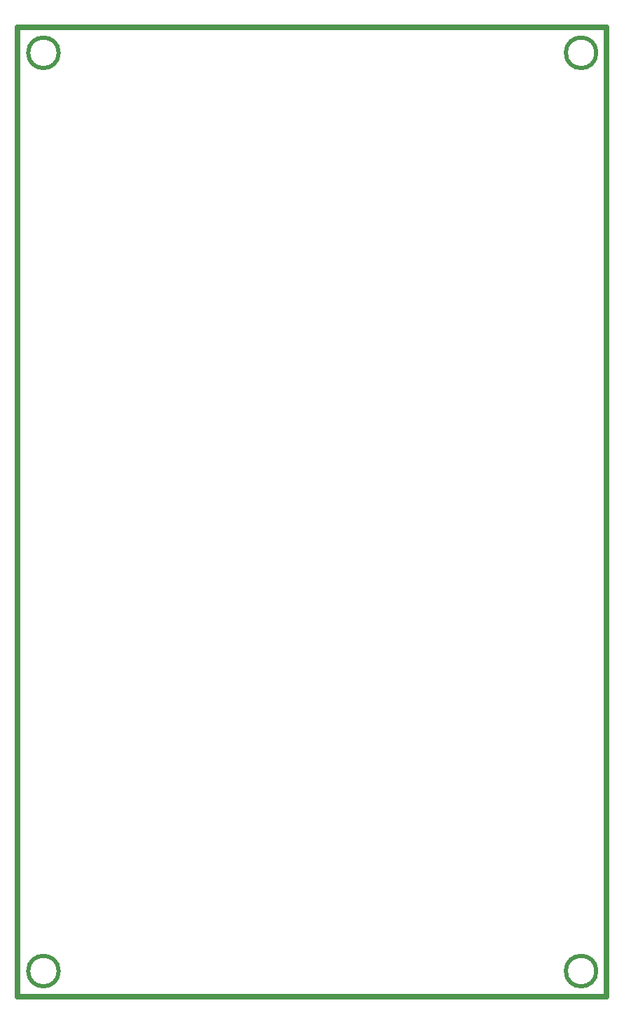
<source format=gko>
G04*
G04 #@! TF.GenerationSoftware,Altium Limited,Altium Designer,19.1.7 (138)*
G04*
G04 Layer_Color=16711935*
%FSLAX44Y44*%
%MOMM*%
G71*
G01*
G75*
%ADD110C,0.5500*%
%ADD111C,0.7000*%
D110*
X699454Y31004D02*
G03*
X699454Y31004I-18450J0D01*
G01*
X49454D02*
G03*
X49454Y31004I-18450J0D01*
G01*
Y1141004D02*
G03*
X49454Y1141004I-18450J0D01*
G01*
X699454D02*
G03*
X699454Y1141004I-18450J0D01*
G01*
D111*
X0Y0D02*
X712008D01*
Y1172008D01*
X0Y0D02*
Y1172008D01*
X712008D01*
M02*

</source>
